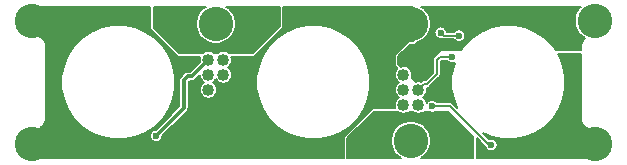
<source format=gbr>
G04 #@! TF.GenerationSoftware,KiCad,Pcbnew,(5.1.4)-1*
G04 #@! TF.CreationDate,2019-12-23T12:12:04-10:00*
G04 #@! TF.ProjectId,SkateLightLEDBoard,536b6174-654c-4696-9768-744c4544426f,rev?*
G04 #@! TF.SameCoordinates,Original*
G04 #@! TF.FileFunction,Copper,L2,Bot*
G04 #@! TF.FilePolarity,Positive*
%FSLAX46Y46*%
G04 Gerber Fmt 4.6, Leading zero omitted, Abs format (unit mm)*
G04 Created by KiCad (PCBNEW (5.1.4)-1) date 2019-12-23 12:12:04*
%MOMM*%
%LPD*%
G04 APERTURE LIST*
%ADD10C,1.016000*%
%ADD11C,2.921000*%
%ADD12C,1.800000*%
%ADD13C,0.600000*%
%ADD14C,0.200000*%
%ADD15C,0.350000*%
%ADD16C,0.152400*%
G04 APERTURE END LIST*
D10*
X7620000Y-1905000D03*
X8890000Y-1905000D03*
X7620000Y-635000D03*
X8890000Y-635000D03*
X7620000Y635000D03*
X8890000Y635000D03*
X7620000Y1905000D03*
X8890000Y1905000D03*
D11*
X8255000Y-4953000D03*
X8255000Y4953000D03*
X-8255000Y-4953000D03*
X-8255000Y4953000D03*
D10*
X-8890000Y-1905000D03*
X-7620000Y-1905000D03*
X-8890000Y-635000D03*
X-7620000Y-635000D03*
X-8890000Y635000D03*
X-7620000Y635000D03*
X-8890000Y1905000D03*
X-7620000Y1905000D03*
D11*
X23812500Y5207000D03*
X23812500Y-5207000D03*
X-23812500Y5207000D03*
X-23812500Y-5207000D03*
D12*
X20933000Y4423000D03*
X12087000Y-4423000D03*
X4423000Y-4423000D03*
X-4423000Y4423000D03*
X-12087000Y4423000D03*
X-20933000Y-4423000D03*
D13*
X-18618200Y-5791200D03*
X-10416540Y-4259580D03*
X-12684760Y-5875020D03*
X11630660Y-1435100D03*
X-11678920Y1887220D03*
X-9969500Y1889760D03*
X-4693920Y2131060D03*
X-2024380Y4871720D03*
X2085340Y-4881880D03*
X4795520Y-1854200D03*
X14127480Y-5633720D03*
X-10350500Y-254000D03*
X10350500Y-787500D03*
X10056000Y-2032000D03*
X11770360Y2148840D03*
X15062480Y-5308600D03*
X-13316858Y-4536645D03*
X12334240Y3954780D03*
X10764520Y4203700D03*
X12542520Y5278120D03*
X10589260Y3169920D03*
X14569440Y5069840D03*
X16520160Y5255260D03*
X18514060Y5092700D03*
D14*
X9397999Y-127001D02*
X9631679Y-127001D01*
X8890000Y-635000D02*
X9397999Y-127001D01*
X9631679Y-127001D02*
X10449560Y690880D01*
X10449560Y690880D02*
X10449560Y1892300D01*
X10449560Y1892300D02*
X10706100Y2148840D01*
X10706100Y2148840D02*
X11770360Y2148840D01*
X10451000Y-2032000D02*
X10461160Y-2021840D01*
X10056000Y-2032000D02*
X10451000Y-2032000D01*
X10461160Y-2021840D02*
X11574780Y-2021840D01*
X11574780Y-2021840D02*
X14861540Y-5308600D01*
X14861540Y-5308600D02*
X15062480Y-5308600D01*
D15*
X-10651653Y500401D02*
X-10977901Y174153D01*
X-8890000Y1905000D02*
X-10294599Y500401D01*
X-10294599Y500401D02*
X-10651653Y500401D01*
X-10977901Y-2197688D02*
X-10977901Y-1836399D01*
X-13316858Y-4536645D02*
X-10977901Y-2197688D01*
X-10977901Y174153D02*
X-10977901Y-1836399D01*
D14*
X11013440Y3954780D02*
X12334240Y3954780D01*
X10764520Y4203700D02*
X11013440Y3954780D01*
D16*
G36*
X22632925Y12469D02*
G01*
X22632924Y-3003064D01*
X22633436Y-3008265D01*
X22635559Y-3061562D01*
X22637717Y-3077155D01*
X22638755Y-3092856D01*
X22639357Y-3096351D01*
X22665644Y-3242726D01*
X22671922Y-3264941D01*
X22677857Y-3287118D01*
X22679126Y-3290429D01*
X22733343Y-3428910D01*
X22743804Y-3449458D01*
X22753945Y-3470085D01*
X22755830Y-3473082D01*
X22755833Y-3473087D01*
X22755836Y-3473091D01*
X22835915Y-3598399D01*
X22850183Y-3616543D01*
X22864123Y-3634788D01*
X22866553Y-3637361D01*
X22866558Y-3637367D01*
X22866563Y-3637372D01*
X22969455Y-3744738D01*
X22986929Y-3759726D01*
X23004193Y-3774956D01*
X23007083Y-3777011D01*
X23128876Y-3862352D01*
X23148955Y-3873675D01*
X23168822Y-3885247D01*
X23172056Y-3886702D01*
X23308105Y-3946761D01*
X23330039Y-3953981D01*
X23351737Y-3961460D01*
X23355182Y-3962257D01*
X23355192Y-3962260D01*
X23355202Y-3962261D01*
X23500315Y-3994749D01*
X23523186Y-3997565D01*
X23545972Y-4000694D01*
X23549516Y-4000807D01*
X23549517Y-4000807D01*
X23698188Y-4004490D01*
X23698411Y-4004474D01*
X23698937Y-4004490D01*
X23958976Y-4010759D01*
X24188536Y-4061991D01*
X24403777Y-4156838D01*
X24596491Y-4291682D01*
X24759348Y-4461395D01*
X24886136Y-4659503D01*
X24972031Y-4878466D01*
X25013761Y-5109946D01*
X25009734Y-5345124D01*
X24960106Y-5575033D01*
X24866765Y-5790929D01*
X24733268Y-5984583D01*
X24564699Y-6148619D01*
X24367480Y-6276788D01*
X24149119Y-6364210D01*
X23911139Y-6408829D01*
X23804981Y-6413500D01*
X13817600Y-6413500D01*
X13817600Y-4729370D01*
X14556439Y-5468209D01*
X14594040Y-5558986D01*
X14651889Y-5645563D01*
X14725517Y-5719191D01*
X14812094Y-5777040D01*
X14908293Y-5816887D01*
X15010417Y-5837200D01*
X15114543Y-5837200D01*
X15216667Y-5816887D01*
X15312866Y-5777040D01*
X15399443Y-5719191D01*
X15473071Y-5645563D01*
X15530920Y-5558986D01*
X15570767Y-5462787D01*
X15591080Y-5360663D01*
X15591080Y-5256537D01*
X15570767Y-5154413D01*
X15530920Y-5058214D01*
X15473071Y-4971637D01*
X15399443Y-4898009D01*
X15312866Y-4840160D01*
X15216667Y-4800313D01*
X15114543Y-4780000D01*
X15010417Y-4780000D01*
X14908293Y-4800313D01*
X14844420Y-4826770D01*
X14348955Y-4331305D01*
X15101549Y-4643040D01*
X16034424Y-4828600D01*
X16985576Y-4828600D01*
X17918451Y-4643040D01*
X18797200Y-4279050D01*
X19588053Y-3750619D01*
X20260619Y-3078053D01*
X20789050Y-2287200D01*
X21153040Y-1408451D01*
X21338600Y-475576D01*
X21338600Y475576D01*
X21153040Y1408451D01*
X20789050Y2287200D01*
X20707427Y2409358D01*
X22632924Y2409358D01*
X22632925Y12469D01*
X22632925Y12469D01*
G37*
X22632925Y12469D02*
X22632924Y-3003064D01*
X22633436Y-3008265D01*
X22635559Y-3061562D01*
X22637717Y-3077155D01*
X22638755Y-3092856D01*
X22639357Y-3096351D01*
X22665644Y-3242726D01*
X22671922Y-3264941D01*
X22677857Y-3287118D01*
X22679126Y-3290429D01*
X22733343Y-3428910D01*
X22743804Y-3449458D01*
X22753945Y-3470085D01*
X22755830Y-3473082D01*
X22755833Y-3473087D01*
X22755836Y-3473091D01*
X22835915Y-3598399D01*
X22850183Y-3616543D01*
X22864123Y-3634788D01*
X22866553Y-3637361D01*
X22866558Y-3637367D01*
X22866563Y-3637372D01*
X22969455Y-3744738D01*
X22986929Y-3759726D01*
X23004193Y-3774956D01*
X23007083Y-3777011D01*
X23128876Y-3862352D01*
X23148955Y-3873675D01*
X23168822Y-3885247D01*
X23172056Y-3886702D01*
X23308105Y-3946761D01*
X23330039Y-3953981D01*
X23351737Y-3961460D01*
X23355182Y-3962257D01*
X23355192Y-3962260D01*
X23355202Y-3962261D01*
X23500315Y-3994749D01*
X23523186Y-3997565D01*
X23545972Y-4000694D01*
X23549516Y-4000807D01*
X23549517Y-4000807D01*
X23698188Y-4004490D01*
X23698411Y-4004474D01*
X23698937Y-4004490D01*
X23958976Y-4010759D01*
X24188536Y-4061991D01*
X24403777Y-4156838D01*
X24596491Y-4291682D01*
X24759348Y-4461395D01*
X24886136Y-4659503D01*
X24972031Y-4878466D01*
X25013761Y-5109946D01*
X25009734Y-5345124D01*
X24960106Y-5575033D01*
X24866765Y-5790929D01*
X24733268Y-5984583D01*
X24564699Y-6148619D01*
X24367480Y-6276788D01*
X24149119Y-6364210D01*
X23911139Y-6408829D01*
X23804981Y-6413500D01*
X13817600Y-6413500D01*
X13817600Y-4729370D01*
X14556439Y-5468209D01*
X14594040Y-5558986D01*
X14651889Y-5645563D01*
X14725517Y-5719191D01*
X14812094Y-5777040D01*
X14908293Y-5816887D01*
X15010417Y-5837200D01*
X15114543Y-5837200D01*
X15216667Y-5816887D01*
X15312866Y-5777040D01*
X15399443Y-5719191D01*
X15473071Y-5645563D01*
X15530920Y-5558986D01*
X15570767Y-5462787D01*
X15591080Y-5360663D01*
X15591080Y-5256537D01*
X15570767Y-5154413D01*
X15530920Y-5058214D01*
X15473071Y-4971637D01*
X15399443Y-4898009D01*
X15312866Y-4840160D01*
X15216667Y-4800313D01*
X15114543Y-4780000D01*
X15010417Y-4780000D01*
X14908293Y-4800313D01*
X14844420Y-4826770D01*
X14348955Y-4331305D01*
X15101549Y-4643040D01*
X16034424Y-4828600D01*
X16985576Y-4828600D01*
X17918451Y-4643040D01*
X18797200Y-4279050D01*
X19588053Y-3750619D01*
X20260619Y-3078053D01*
X20789050Y-2287200D01*
X21153040Y-1408451D01*
X21338600Y-475576D01*
X21338600Y475576D01*
X21153040Y1408451D01*
X20789050Y2287200D01*
X20707427Y2409358D01*
X22632924Y2409358D01*
X22632925Y12469D01*
G36*
X-13817600Y4572000D02*
G01*
X-13813208Y4527402D01*
X-13800199Y4484519D01*
X-13779074Y4444997D01*
X-13750645Y4410355D01*
X-11591645Y2251355D01*
X-11557003Y2222926D01*
X-11517481Y2201801D01*
X-11474598Y2188792D01*
X-11430000Y2184400D01*
X-9571559Y2184400D01*
X-9598293Y2119858D01*
X-9626600Y1977549D01*
X-9626600Y1832451D01*
X-9611125Y1754651D01*
X-10461774Y904001D01*
X-10631836Y904001D01*
X-10651654Y905953D01*
X-10730773Y898160D01*
X-10753851Y891159D01*
X-10806851Y875082D01*
X-10876966Y837605D01*
X-10938422Y787170D01*
X-10951056Y771775D01*
X-11249264Y473565D01*
X-11264670Y460922D01*
X-11315105Y399465D01*
X-11332439Y367035D01*
X-11352582Y329350D01*
X-11375660Y253271D01*
X-11383453Y174153D01*
X-11381501Y154335D01*
X-11381500Y-1816571D01*
X-11381501Y-1816581D01*
X-11381501Y-2030512D01*
X-13359033Y-4008045D01*
X-13368921Y-4008045D01*
X-13471045Y-4028358D01*
X-13567244Y-4068205D01*
X-13653821Y-4126054D01*
X-13727449Y-4199682D01*
X-13785298Y-4286259D01*
X-13825145Y-4382458D01*
X-13845458Y-4484582D01*
X-13845458Y-4588708D01*
X-13825145Y-4690832D01*
X-13785298Y-4787031D01*
X-13727449Y-4873608D01*
X-13653821Y-4947236D01*
X-13567244Y-5005085D01*
X-13471045Y-5044932D01*
X-13368921Y-5065245D01*
X-13264795Y-5065245D01*
X-13162671Y-5044932D01*
X-13066472Y-5005085D01*
X-12979895Y-4947236D01*
X-12906267Y-4873608D01*
X-12848418Y-4787031D01*
X-12808571Y-4690832D01*
X-12788258Y-4588708D01*
X-12788258Y-4578820D01*
X-10706533Y-2497096D01*
X-10691132Y-2484457D01*
X-10640697Y-2423001D01*
X-10603220Y-2352886D01*
X-10580142Y-2276807D01*
X-10574301Y-2217506D01*
X-10574301Y-2217505D01*
X-10572349Y-2197688D01*
X-10574301Y-2177870D01*
X-10574301Y6977D01*
X-10484477Y96801D01*
X-10314417Y96801D01*
X-10294599Y94849D01*
X-10274781Y96801D01*
X-10215480Y102642D01*
X-10139401Y125720D01*
X-10069286Y163197D01*
X-10007830Y213632D01*
X-9995186Y229039D01*
X-9626600Y597625D01*
X-9626600Y562451D01*
X-9598293Y420142D01*
X-9542766Y286089D01*
X-9462155Y165445D01*
X-9359555Y62845D01*
X-9265500Y0D01*
X-9359555Y-62845D01*
X-9462155Y-165445D01*
X-9542766Y-286089D01*
X-9598293Y-420142D01*
X-9626600Y-562451D01*
X-9626600Y-707549D01*
X-9598293Y-849858D01*
X-9542766Y-983911D01*
X-9462155Y-1104555D01*
X-9359555Y-1207155D01*
X-9238911Y-1287766D01*
X-9104858Y-1343293D01*
X-8962549Y-1371600D01*
X-8817451Y-1371600D01*
X-8675142Y-1343293D01*
X-8541089Y-1287766D01*
X-8420445Y-1207155D01*
X-8317845Y-1104555D01*
X-8237234Y-983911D01*
X-8181707Y-849858D01*
X-8153400Y-707549D01*
X-8153400Y-562451D01*
X-8181707Y-420142D01*
X-8237234Y-286089D01*
X-8317845Y-165445D01*
X-8420445Y-62845D01*
X-8514500Y0D01*
X-8420445Y62845D01*
X-8317845Y165445D01*
X-8255000Y259500D01*
X-8192155Y165445D01*
X-8089555Y62845D01*
X-7968911Y-17766D01*
X-7834858Y-73293D01*
X-7692549Y-101600D01*
X-7547451Y-101600D01*
X-7405142Y-73293D01*
X-7271089Y-17766D01*
X-7150445Y62845D01*
X-7047845Y165445D01*
X-6967234Y286089D01*
X-6911707Y420142D01*
X-6900681Y475576D01*
X-4828600Y475576D01*
X-4828600Y-475576D01*
X-4643040Y-1408451D01*
X-4279050Y-2287200D01*
X-3750619Y-3078053D01*
X-3078053Y-3750619D01*
X-2287200Y-4279050D01*
X-1408451Y-4643040D01*
X-475576Y-4828600D01*
X475576Y-4828600D01*
X1408451Y-4643040D01*
X2287200Y-4279050D01*
X3078053Y-3750619D01*
X3750619Y-3078053D01*
X4279050Y-2287200D01*
X4643040Y-1408451D01*
X4828600Y-475576D01*
X4828600Y475576D01*
X4643040Y1408451D01*
X4279050Y2287200D01*
X3750619Y3078053D01*
X3078053Y3750619D01*
X2287200Y4279050D01*
X1408451Y4643040D01*
X475576Y4828600D01*
X-475576Y4828600D01*
X-1408451Y4643040D01*
X-2287200Y4279050D01*
X-3078053Y3750619D01*
X-3750619Y3078053D01*
X-4279050Y2287200D01*
X-4643040Y1408451D01*
X-4828600Y475576D01*
X-6900681Y475576D01*
X-6883400Y562451D01*
X-6883400Y707549D01*
X-6911707Y849858D01*
X-6967234Y983911D01*
X-7047845Y1104555D01*
X-7150445Y1207155D01*
X-7244500Y1270000D01*
X-7150445Y1332845D01*
X-7047845Y1435445D01*
X-6967234Y1556089D01*
X-6911707Y1690142D01*
X-6883400Y1832451D01*
X-6883400Y1977549D01*
X-6911707Y2119858D01*
X-6938441Y2184400D01*
X-5080000Y2184400D01*
X-5035402Y2188792D01*
X-4992519Y2201801D01*
X-4952997Y2222926D01*
X-4918355Y2251355D01*
X-2632355Y4537355D01*
X-2603926Y4571997D01*
X-2582801Y4611519D01*
X-2569792Y4654402D01*
X-2565400Y4699000D01*
X-2565400Y6413500D01*
X8407400Y6413500D01*
X8407400Y3501558D01*
X8128000Y3501558D01*
X8083402Y3497166D01*
X8040519Y3484157D01*
X8000997Y3463032D01*
X7966355Y3434603D01*
X6950355Y2418603D01*
X6921926Y2383961D01*
X6900801Y2344439D01*
X6887792Y2301556D01*
X6883400Y2256958D01*
X6883400Y1494958D01*
X6887792Y1450360D01*
X6900801Y1407477D01*
X6921926Y1367955D01*
X6950355Y1333313D01*
X7113479Y1170189D01*
X7047845Y1104555D01*
X6967234Y983911D01*
X6911707Y849858D01*
X6883400Y707549D01*
X6883400Y562451D01*
X6911707Y420142D01*
X6967234Y286089D01*
X7047845Y165445D01*
X7150445Y62845D01*
X7244500Y0D01*
X7150445Y-62845D01*
X7047845Y-165445D01*
X6967234Y-286089D01*
X6911707Y-420142D01*
X6883400Y-562451D01*
X6883400Y-707549D01*
X6911707Y-849858D01*
X6967234Y-983911D01*
X7047845Y-1104555D01*
X7150445Y-1207155D01*
X7244500Y-1270000D01*
X7150445Y-1332845D01*
X7047845Y-1435445D01*
X6967234Y-1556089D01*
X6911707Y-1690142D01*
X6883400Y-1832451D01*
X6883400Y-1977549D01*
X6911707Y-2119858D01*
X6938441Y-2184400D01*
X5080000Y-2184400D01*
X5035402Y-2188792D01*
X4992519Y-2201801D01*
X4952997Y-2222926D01*
X4918355Y-2251355D01*
X2632355Y-4537355D01*
X2603926Y-4571997D01*
X2582801Y-4611519D01*
X2569792Y-4654402D01*
X2565400Y-4699000D01*
X2565400Y-6413500D01*
X-23799449Y-6413500D01*
X-24046977Y-6389146D01*
X-24272129Y-6321087D01*
X-24479766Y-6210596D01*
X-24661992Y-6061876D01*
X-24811860Y-5880595D01*
X-24923662Y-5673655D01*
X-24993142Y-5448937D01*
X-25017650Y-5215014D01*
X-24996254Y-4980779D01*
X-24929769Y-4755161D01*
X-24820728Y-4546754D01*
X-24673284Y-4363496D01*
X-24493057Y-4212368D01*
X-24286899Y-4099121D01*
X-24062680Y-4028077D01*
X-23822052Y-4001167D01*
X-23712678Y-4004450D01*
X-23712535Y-4004440D01*
X-23651689Y-4006439D01*
X-23635983Y-4005418D01*
X-23620244Y-4005523D01*
X-23616714Y-4005176D01*
X-23468818Y-3989581D01*
X-23446193Y-3984929D01*
X-23423658Y-3980622D01*
X-23420265Y-3979598D01*
X-23420259Y-3979596D01*
X-23278212Y-3935573D01*
X-23256934Y-3926620D01*
X-23235652Y-3918014D01*
X-23232529Y-3916352D01*
X-23232519Y-3916348D01*
X-23232511Y-3916343D01*
X-23101727Y-3845572D01*
X-23082619Y-3832675D01*
X-23063384Y-3820079D01*
X-23060636Y-3817837D01*
X-22946081Y-3723003D01*
X-22929839Y-3706637D01*
X-22913423Y-3690550D01*
X-22911163Y-3687817D01*
X-22817208Y-3572540D01*
X-22804442Y-3553312D01*
X-22791474Y-3534359D01*
X-22789788Y-3531240D01*
X-22720014Y-3399908D01*
X-22711215Y-3378539D01*
X-22702187Y-3357457D01*
X-22701139Y-3354069D01*
X-22658203Y-3211685D01*
X-22653723Y-3189024D01*
X-22648961Y-3166582D01*
X-22648592Y-3163064D01*
X-22648590Y-3163054D01*
X-22648590Y-3163045D01*
X-22636607Y-3040411D01*
X-22636600Y-3040389D01*
X-22632924Y-3003065D01*
X-22632924Y475576D01*
X-21338600Y475576D01*
X-21338600Y-475576D01*
X-21153040Y-1408451D01*
X-20789050Y-2287200D01*
X-20260619Y-3078053D01*
X-19588053Y-3750619D01*
X-18797200Y-4279050D01*
X-17918451Y-4643040D01*
X-16985576Y-4828600D01*
X-16034424Y-4828600D01*
X-15101549Y-4643040D01*
X-14222800Y-4279050D01*
X-13431947Y-3750619D01*
X-12759381Y-3078053D01*
X-12230950Y-2287200D01*
X-11866960Y-1408451D01*
X-11681400Y-475576D01*
X-11681400Y475576D01*
X-11866960Y1408451D01*
X-12230950Y2287200D01*
X-12759381Y3078053D01*
X-13431947Y3750619D01*
X-14222800Y4279050D01*
X-15101549Y4643040D01*
X-16034424Y4828600D01*
X-16985576Y4828600D01*
X-17918451Y4643040D01*
X-18797200Y4279050D01*
X-19588053Y3750619D01*
X-20260619Y3078053D01*
X-20789050Y2287200D01*
X-21153040Y1408451D01*
X-21338600Y475576D01*
X-22632924Y475576D01*
X-22632924Y3003065D01*
X-22633436Y3008266D01*
X-22635559Y3061562D01*
X-22637717Y3077155D01*
X-22638755Y3092856D01*
X-22639357Y3096350D01*
X-22665644Y3242726D01*
X-22671922Y3264941D01*
X-22677857Y3287118D01*
X-22679126Y3290429D01*
X-22733343Y3428910D01*
X-22743804Y3449458D01*
X-22753945Y3470085D01*
X-22755830Y3473082D01*
X-22755833Y3473087D01*
X-22755836Y3473091D01*
X-22835915Y3598399D01*
X-22850210Y3616578D01*
X-22864123Y3634789D01*
X-22866553Y3637361D01*
X-22866558Y3637367D01*
X-22866563Y3637372D01*
X-22969455Y3744738D01*
X-22986951Y3759744D01*
X-23004193Y3774955D01*
X-23007083Y3777011D01*
X-23128876Y3862352D01*
X-23148955Y3873675D01*
X-23168822Y3885247D01*
X-23172047Y3886697D01*
X-23172056Y3886702D01*
X-23172065Y3886705D01*
X-23308105Y3946761D01*
X-23330049Y3953984D01*
X-23351737Y3961460D01*
X-23355182Y3962257D01*
X-23355192Y3962260D01*
X-23355202Y3962261D01*
X-23500316Y3994749D01*
X-23523210Y3997568D01*
X-23545972Y4000694D01*
X-23549506Y4000807D01*
X-23549517Y4000808D01*
X-23549527Y4000807D01*
X-23698188Y4004490D01*
X-23698411Y4004474D01*
X-23698936Y4004490D01*
X-23958976Y4010759D01*
X-24188535Y4061991D01*
X-24403777Y4156838D01*
X-24596491Y4291682D01*
X-24759348Y4461395D01*
X-24886136Y4659503D01*
X-24972031Y4878466D01*
X-25013761Y5109947D01*
X-25009734Y5345124D01*
X-24960106Y5575033D01*
X-24866764Y5790931D01*
X-24733264Y5984587D01*
X-24564697Y6148620D01*
X-24367478Y6276789D01*
X-24149119Y6364210D01*
X-23911139Y6408829D01*
X-23804982Y6413500D01*
X-13817600Y6413500D01*
X-13817600Y4572000D01*
X-13817600Y4572000D01*
G37*
X-13817600Y4572000D02*
X-13813208Y4527402D01*
X-13800199Y4484519D01*
X-13779074Y4444997D01*
X-13750645Y4410355D01*
X-11591645Y2251355D01*
X-11557003Y2222926D01*
X-11517481Y2201801D01*
X-11474598Y2188792D01*
X-11430000Y2184400D01*
X-9571559Y2184400D01*
X-9598293Y2119858D01*
X-9626600Y1977549D01*
X-9626600Y1832451D01*
X-9611125Y1754651D01*
X-10461774Y904001D01*
X-10631836Y904001D01*
X-10651654Y905953D01*
X-10730773Y898160D01*
X-10753851Y891159D01*
X-10806851Y875082D01*
X-10876966Y837605D01*
X-10938422Y787170D01*
X-10951056Y771775D01*
X-11249264Y473565D01*
X-11264670Y460922D01*
X-11315105Y399465D01*
X-11332439Y367035D01*
X-11352582Y329350D01*
X-11375660Y253271D01*
X-11383453Y174153D01*
X-11381501Y154335D01*
X-11381500Y-1816571D01*
X-11381501Y-1816581D01*
X-11381501Y-2030512D01*
X-13359033Y-4008045D01*
X-13368921Y-4008045D01*
X-13471045Y-4028358D01*
X-13567244Y-4068205D01*
X-13653821Y-4126054D01*
X-13727449Y-4199682D01*
X-13785298Y-4286259D01*
X-13825145Y-4382458D01*
X-13845458Y-4484582D01*
X-13845458Y-4588708D01*
X-13825145Y-4690832D01*
X-13785298Y-4787031D01*
X-13727449Y-4873608D01*
X-13653821Y-4947236D01*
X-13567244Y-5005085D01*
X-13471045Y-5044932D01*
X-13368921Y-5065245D01*
X-13264795Y-5065245D01*
X-13162671Y-5044932D01*
X-13066472Y-5005085D01*
X-12979895Y-4947236D01*
X-12906267Y-4873608D01*
X-12848418Y-4787031D01*
X-12808571Y-4690832D01*
X-12788258Y-4588708D01*
X-12788258Y-4578820D01*
X-10706533Y-2497096D01*
X-10691132Y-2484457D01*
X-10640697Y-2423001D01*
X-10603220Y-2352886D01*
X-10580142Y-2276807D01*
X-10574301Y-2217506D01*
X-10574301Y-2217505D01*
X-10572349Y-2197688D01*
X-10574301Y-2177870D01*
X-10574301Y6977D01*
X-10484477Y96801D01*
X-10314417Y96801D01*
X-10294599Y94849D01*
X-10274781Y96801D01*
X-10215480Y102642D01*
X-10139401Y125720D01*
X-10069286Y163197D01*
X-10007830Y213632D01*
X-9995186Y229039D01*
X-9626600Y597625D01*
X-9626600Y562451D01*
X-9598293Y420142D01*
X-9542766Y286089D01*
X-9462155Y165445D01*
X-9359555Y62845D01*
X-9265500Y0D01*
X-9359555Y-62845D01*
X-9462155Y-165445D01*
X-9542766Y-286089D01*
X-9598293Y-420142D01*
X-9626600Y-562451D01*
X-9626600Y-707549D01*
X-9598293Y-849858D01*
X-9542766Y-983911D01*
X-9462155Y-1104555D01*
X-9359555Y-1207155D01*
X-9238911Y-1287766D01*
X-9104858Y-1343293D01*
X-8962549Y-1371600D01*
X-8817451Y-1371600D01*
X-8675142Y-1343293D01*
X-8541089Y-1287766D01*
X-8420445Y-1207155D01*
X-8317845Y-1104555D01*
X-8237234Y-983911D01*
X-8181707Y-849858D01*
X-8153400Y-707549D01*
X-8153400Y-562451D01*
X-8181707Y-420142D01*
X-8237234Y-286089D01*
X-8317845Y-165445D01*
X-8420445Y-62845D01*
X-8514500Y0D01*
X-8420445Y62845D01*
X-8317845Y165445D01*
X-8255000Y259500D01*
X-8192155Y165445D01*
X-8089555Y62845D01*
X-7968911Y-17766D01*
X-7834858Y-73293D01*
X-7692549Y-101600D01*
X-7547451Y-101600D01*
X-7405142Y-73293D01*
X-7271089Y-17766D01*
X-7150445Y62845D01*
X-7047845Y165445D01*
X-6967234Y286089D01*
X-6911707Y420142D01*
X-6900681Y475576D01*
X-4828600Y475576D01*
X-4828600Y-475576D01*
X-4643040Y-1408451D01*
X-4279050Y-2287200D01*
X-3750619Y-3078053D01*
X-3078053Y-3750619D01*
X-2287200Y-4279050D01*
X-1408451Y-4643040D01*
X-475576Y-4828600D01*
X475576Y-4828600D01*
X1408451Y-4643040D01*
X2287200Y-4279050D01*
X3078053Y-3750619D01*
X3750619Y-3078053D01*
X4279050Y-2287200D01*
X4643040Y-1408451D01*
X4828600Y-475576D01*
X4828600Y475576D01*
X4643040Y1408451D01*
X4279050Y2287200D01*
X3750619Y3078053D01*
X3078053Y3750619D01*
X2287200Y4279050D01*
X1408451Y4643040D01*
X475576Y4828600D01*
X-475576Y4828600D01*
X-1408451Y4643040D01*
X-2287200Y4279050D01*
X-3078053Y3750619D01*
X-3750619Y3078053D01*
X-4279050Y2287200D01*
X-4643040Y1408451D01*
X-4828600Y475576D01*
X-6900681Y475576D01*
X-6883400Y562451D01*
X-6883400Y707549D01*
X-6911707Y849858D01*
X-6967234Y983911D01*
X-7047845Y1104555D01*
X-7150445Y1207155D01*
X-7244500Y1270000D01*
X-7150445Y1332845D01*
X-7047845Y1435445D01*
X-6967234Y1556089D01*
X-6911707Y1690142D01*
X-6883400Y1832451D01*
X-6883400Y1977549D01*
X-6911707Y2119858D01*
X-6938441Y2184400D01*
X-5080000Y2184400D01*
X-5035402Y2188792D01*
X-4992519Y2201801D01*
X-4952997Y2222926D01*
X-4918355Y2251355D01*
X-2632355Y4537355D01*
X-2603926Y4571997D01*
X-2582801Y4611519D01*
X-2569792Y4654402D01*
X-2565400Y4699000D01*
X-2565400Y6413500D01*
X8407400Y6413500D01*
X8407400Y3501558D01*
X8128000Y3501558D01*
X8083402Y3497166D01*
X8040519Y3484157D01*
X8000997Y3463032D01*
X7966355Y3434603D01*
X6950355Y2418603D01*
X6921926Y2383961D01*
X6900801Y2344439D01*
X6887792Y2301556D01*
X6883400Y2256958D01*
X6883400Y1494958D01*
X6887792Y1450360D01*
X6900801Y1407477D01*
X6921926Y1367955D01*
X6950355Y1333313D01*
X7113479Y1170189D01*
X7047845Y1104555D01*
X6967234Y983911D01*
X6911707Y849858D01*
X6883400Y707549D01*
X6883400Y562451D01*
X6911707Y420142D01*
X6967234Y286089D01*
X7047845Y165445D01*
X7150445Y62845D01*
X7244500Y0D01*
X7150445Y-62845D01*
X7047845Y-165445D01*
X6967234Y-286089D01*
X6911707Y-420142D01*
X6883400Y-562451D01*
X6883400Y-707549D01*
X6911707Y-849858D01*
X6967234Y-983911D01*
X7047845Y-1104555D01*
X7150445Y-1207155D01*
X7244500Y-1270000D01*
X7150445Y-1332845D01*
X7047845Y-1435445D01*
X6967234Y-1556089D01*
X6911707Y-1690142D01*
X6883400Y-1832451D01*
X6883400Y-1977549D01*
X6911707Y-2119858D01*
X6938441Y-2184400D01*
X5080000Y-2184400D01*
X5035402Y-2188792D01*
X4992519Y-2201801D01*
X4952997Y-2222926D01*
X4918355Y-2251355D01*
X2632355Y-4537355D01*
X2603926Y-4571997D01*
X2582801Y-4611519D01*
X2569792Y-4654402D01*
X2565400Y-4699000D01*
X2565400Y-6413500D01*
X-23799449Y-6413500D01*
X-24046977Y-6389146D01*
X-24272129Y-6321087D01*
X-24479766Y-6210596D01*
X-24661992Y-6061876D01*
X-24811860Y-5880595D01*
X-24923662Y-5673655D01*
X-24993142Y-5448937D01*
X-25017650Y-5215014D01*
X-24996254Y-4980779D01*
X-24929769Y-4755161D01*
X-24820728Y-4546754D01*
X-24673284Y-4363496D01*
X-24493057Y-4212368D01*
X-24286899Y-4099121D01*
X-24062680Y-4028077D01*
X-23822052Y-4001167D01*
X-23712678Y-4004450D01*
X-23712535Y-4004440D01*
X-23651689Y-4006439D01*
X-23635983Y-4005418D01*
X-23620244Y-4005523D01*
X-23616714Y-4005176D01*
X-23468818Y-3989581D01*
X-23446193Y-3984929D01*
X-23423658Y-3980622D01*
X-23420265Y-3979598D01*
X-23420259Y-3979596D01*
X-23278212Y-3935573D01*
X-23256934Y-3926620D01*
X-23235652Y-3918014D01*
X-23232529Y-3916352D01*
X-23232519Y-3916348D01*
X-23232511Y-3916343D01*
X-23101727Y-3845572D01*
X-23082619Y-3832675D01*
X-23063384Y-3820079D01*
X-23060636Y-3817837D01*
X-22946081Y-3723003D01*
X-22929839Y-3706637D01*
X-22913423Y-3690550D01*
X-22911163Y-3687817D01*
X-22817208Y-3572540D01*
X-22804442Y-3553312D01*
X-22791474Y-3534359D01*
X-22789788Y-3531240D01*
X-22720014Y-3399908D01*
X-22711215Y-3378539D01*
X-22702187Y-3357457D01*
X-22701139Y-3354069D01*
X-22658203Y-3211685D01*
X-22653723Y-3189024D01*
X-22648961Y-3166582D01*
X-22648592Y-3163064D01*
X-22648590Y-3163054D01*
X-22648590Y-3163045D01*
X-22636607Y-3040411D01*
X-22636600Y-3040389D01*
X-22632924Y-3003065D01*
X-22632924Y475576D01*
X-21338600Y475576D01*
X-21338600Y-475576D01*
X-21153040Y-1408451D01*
X-20789050Y-2287200D01*
X-20260619Y-3078053D01*
X-19588053Y-3750619D01*
X-18797200Y-4279050D01*
X-17918451Y-4643040D01*
X-16985576Y-4828600D01*
X-16034424Y-4828600D01*
X-15101549Y-4643040D01*
X-14222800Y-4279050D01*
X-13431947Y-3750619D01*
X-12759381Y-3078053D01*
X-12230950Y-2287200D01*
X-11866960Y-1408451D01*
X-11681400Y-475576D01*
X-11681400Y475576D01*
X-11866960Y1408451D01*
X-12230950Y2287200D01*
X-12759381Y3078053D01*
X-13431947Y3750619D01*
X-14222800Y4279050D01*
X-15101549Y4643040D01*
X-16034424Y4828600D01*
X-16985576Y4828600D01*
X-17918451Y4643040D01*
X-18797200Y4279050D01*
X-19588053Y3750619D01*
X-20260619Y3078053D01*
X-20789050Y2287200D01*
X-21153040Y1408451D01*
X-21338600Y475576D01*
X-22632924Y475576D01*
X-22632924Y3003065D01*
X-22633436Y3008266D01*
X-22635559Y3061562D01*
X-22637717Y3077155D01*
X-22638755Y3092856D01*
X-22639357Y3096350D01*
X-22665644Y3242726D01*
X-22671922Y3264941D01*
X-22677857Y3287118D01*
X-22679126Y3290429D01*
X-22733343Y3428910D01*
X-22743804Y3449458D01*
X-22753945Y3470085D01*
X-22755830Y3473082D01*
X-22755833Y3473087D01*
X-22755836Y3473091D01*
X-22835915Y3598399D01*
X-22850210Y3616578D01*
X-22864123Y3634789D01*
X-22866553Y3637361D01*
X-22866558Y3637367D01*
X-22866563Y3637372D01*
X-22969455Y3744738D01*
X-22986951Y3759744D01*
X-23004193Y3774955D01*
X-23007083Y3777011D01*
X-23128876Y3862352D01*
X-23148955Y3873675D01*
X-23168822Y3885247D01*
X-23172047Y3886697D01*
X-23172056Y3886702D01*
X-23172065Y3886705D01*
X-23308105Y3946761D01*
X-23330049Y3953984D01*
X-23351737Y3961460D01*
X-23355182Y3962257D01*
X-23355192Y3962260D01*
X-23355202Y3962261D01*
X-23500316Y3994749D01*
X-23523210Y3997568D01*
X-23545972Y4000694D01*
X-23549506Y4000807D01*
X-23549517Y4000808D01*
X-23549527Y4000807D01*
X-23698188Y4004490D01*
X-23698411Y4004474D01*
X-23698936Y4004490D01*
X-23958976Y4010759D01*
X-24188535Y4061991D01*
X-24403777Y4156838D01*
X-24596491Y4291682D01*
X-24759348Y4461395D01*
X-24886136Y4659503D01*
X-24972031Y4878466D01*
X-25013761Y5109947D01*
X-25009734Y5345124D01*
X-24960106Y5575033D01*
X-24866764Y5790931D01*
X-24733264Y5984587D01*
X-24564697Y6148620D01*
X-24367478Y6276789D01*
X-24149119Y6364210D01*
X-23911139Y6408829D01*
X-23804982Y6413500D01*
X-13817600Y6413500D01*
X-13817600Y4572000D01*
G36*
X11359769Y1811877D02*
G01*
X11433397Y1738249D01*
X11519974Y1680400D01*
X11616173Y1640553D01*
X11718297Y1620240D01*
X11822423Y1620240D01*
X11924547Y1640553D01*
X11971084Y1659829D01*
X11866960Y1408451D01*
X11681400Y475576D01*
X11681400Y-475576D01*
X11866960Y-1408451D01*
X12178695Y-2161045D01*
X11818546Y-1800896D01*
X11808259Y-1788361D01*
X11758223Y-1747298D01*
X11701138Y-1716785D01*
X11639197Y-1697995D01*
X11590915Y-1693240D01*
X11590912Y-1693240D01*
X11574780Y-1691651D01*
X11558648Y-1693240D01*
X10477284Y-1693240D01*
X10463430Y-1691876D01*
X10392963Y-1621409D01*
X10306386Y-1563560D01*
X10210187Y-1523713D01*
X10108063Y-1503400D01*
X10003937Y-1503400D01*
X9901813Y-1523713D01*
X9805614Y-1563560D01*
X9719037Y-1621409D01*
X9645409Y-1695037D01*
X9609852Y-1748252D01*
X9598293Y-1690142D01*
X9542766Y-1556089D01*
X9462155Y-1435445D01*
X9359555Y-1332845D01*
X9265500Y-1270000D01*
X9359555Y-1207155D01*
X9462155Y-1104555D01*
X9542766Y-983911D01*
X9598293Y-849858D01*
X9626600Y-707549D01*
X9626600Y-562451D01*
X9605346Y-455601D01*
X9615547Y-455601D01*
X9631679Y-457190D01*
X9647811Y-455601D01*
X9647814Y-455601D01*
X9696096Y-450846D01*
X9758037Y-432056D01*
X9815122Y-401543D01*
X9865158Y-360480D01*
X9875445Y-347945D01*
X10670510Y447119D01*
X10683039Y457401D01*
X10697955Y475576D01*
X10724102Y507436D01*
X10754614Y564521D01*
X10754615Y564522D01*
X10773405Y626463D01*
X10778160Y674745D01*
X10778160Y674754D01*
X10779748Y690879D01*
X10778160Y707004D01*
X10778160Y1756190D01*
X10842211Y1820240D01*
X11354181Y1820240D01*
X11359769Y1811877D01*
X11359769Y1811877D01*
G37*
X11359769Y1811877D02*
X11433397Y1738249D01*
X11519974Y1680400D01*
X11616173Y1640553D01*
X11718297Y1620240D01*
X11822423Y1620240D01*
X11924547Y1640553D01*
X11971084Y1659829D01*
X11866960Y1408451D01*
X11681400Y475576D01*
X11681400Y-475576D01*
X11866960Y-1408451D01*
X12178695Y-2161045D01*
X11818546Y-1800896D01*
X11808259Y-1788361D01*
X11758223Y-1747298D01*
X11701138Y-1716785D01*
X11639197Y-1697995D01*
X11590915Y-1693240D01*
X11590912Y-1693240D01*
X11574780Y-1691651D01*
X11558648Y-1693240D01*
X10477284Y-1693240D01*
X10463430Y-1691876D01*
X10392963Y-1621409D01*
X10306386Y-1563560D01*
X10210187Y-1523713D01*
X10108063Y-1503400D01*
X10003937Y-1503400D01*
X9901813Y-1523713D01*
X9805614Y-1563560D01*
X9719037Y-1621409D01*
X9645409Y-1695037D01*
X9609852Y-1748252D01*
X9598293Y-1690142D01*
X9542766Y-1556089D01*
X9462155Y-1435445D01*
X9359555Y-1332845D01*
X9265500Y-1270000D01*
X9359555Y-1207155D01*
X9462155Y-1104555D01*
X9542766Y-983911D01*
X9598293Y-849858D01*
X9626600Y-707549D01*
X9626600Y-562451D01*
X9605346Y-455601D01*
X9615547Y-455601D01*
X9631679Y-457190D01*
X9647811Y-455601D01*
X9647814Y-455601D01*
X9696096Y-450846D01*
X9758037Y-432056D01*
X9815122Y-401543D01*
X9865158Y-360480D01*
X9875445Y-347945D01*
X10670510Y447119D01*
X10683039Y457401D01*
X10697955Y475576D01*
X10724102Y507436D01*
X10754614Y564521D01*
X10754615Y564522D01*
X10773405Y626463D01*
X10778160Y674745D01*
X10778160Y674754D01*
X10779748Y690879D01*
X10778160Y707004D01*
X10778160Y1756190D01*
X10842211Y1820240D01*
X11354181Y1820240D01*
X11359769Y1811877D01*
G36*
X-9331739Y6265010D02*
G01*
X-9567010Y6029739D01*
X-9751861Y5753089D01*
X-9879189Y5445692D01*
X-9944100Y5119362D01*
X-9944100Y4786638D01*
X-9879189Y4460308D01*
X-9751861Y4152911D01*
X-9567010Y3876261D01*
X-9331739Y3640990D01*
X-9055089Y3456139D01*
X-8747692Y3328811D01*
X-8421362Y3263900D01*
X-8088638Y3263900D01*
X-7762308Y3328811D01*
X-7454911Y3456139D01*
X-7178261Y3640990D01*
X-6942990Y3876261D01*
X-6758139Y4152911D01*
X-6630811Y4460308D01*
X-6565900Y4786638D01*
X-6565900Y5119362D01*
X-6630811Y5445692D01*
X-6758139Y5753089D01*
X-6942990Y6029739D01*
X-7178261Y6265010D01*
X-7400493Y6413500D01*
X-2870200Y6413500D01*
X-2870200Y4730564D01*
X-5111564Y2489200D01*
X-7168472Y2489200D01*
X-7271089Y2557766D01*
X-7405142Y2613293D01*
X-7547451Y2641600D01*
X-7692549Y2641600D01*
X-7834858Y2613293D01*
X-7968911Y2557766D01*
X-8071528Y2489200D01*
X-8438472Y2489200D01*
X-8541089Y2557766D01*
X-8675142Y2613293D01*
X-8817451Y2641600D01*
X-8962549Y2641600D01*
X-9104858Y2613293D01*
X-9238911Y2557766D01*
X-9341528Y2489200D01*
X-11398436Y2489200D01*
X-13512800Y4603564D01*
X-13512800Y6413500D01*
X-9109507Y6413500D01*
X-9331739Y6265010D01*
X-9331739Y6265010D01*
G37*
X-9331739Y6265010D02*
X-9567010Y6029739D01*
X-9751861Y5753089D01*
X-9879189Y5445692D01*
X-9944100Y5119362D01*
X-9944100Y4786638D01*
X-9879189Y4460308D01*
X-9751861Y4152911D01*
X-9567010Y3876261D01*
X-9331739Y3640990D01*
X-9055089Y3456139D01*
X-8747692Y3328811D01*
X-8421362Y3263900D01*
X-8088638Y3263900D01*
X-7762308Y3328811D01*
X-7454911Y3456139D01*
X-7178261Y3640990D01*
X-6942990Y3876261D01*
X-6758139Y4152911D01*
X-6630811Y4460308D01*
X-6565900Y4786638D01*
X-6565900Y5119362D01*
X-6630811Y5445692D01*
X-6758139Y5753089D01*
X-6942990Y6029739D01*
X-7178261Y6265010D01*
X-7400493Y6413500D01*
X-2870200Y6413500D01*
X-2870200Y4730564D01*
X-5111564Y2489200D01*
X-7168472Y2489200D01*
X-7271089Y2557766D01*
X-7405142Y2613293D01*
X-7547451Y2641600D01*
X-7692549Y2641600D01*
X-7834858Y2613293D01*
X-7968911Y2557766D01*
X-8071528Y2489200D01*
X-8438472Y2489200D01*
X-8541089Y2557766D01*
X-8675142Y2613293D01*
X-8817451Y2641600D01*
X-8962549Y2641600D01*
X-9104858Y2613293D01*
X-9238911Y2557766D01*
X-9341528Y2489200D01*
X-11398436Y2489200D01*
X-13512800Y4603564D01*
X-13512800Y6413500D01*
X-9109507Y6413500D01*
X-9331739Y6265010D01*
G36*
X7271089Y-2557766D02*
G01*
X7405142Y-2613293D01*
X7547451Y-2641600D01*
X7692549Y-2641600D01*
X7834858Y-2613293D01*
X7968911Y-2557766D01*
X8071528Y-2489200D01*
X8438472Y-2489200D01*
X8541089Y-2557766D01*
X8675142Y-2613293D01*
X8817451Y-2641600D01*
X8962549Y-2641600D01*
X9104858Y-2613293D01*
X9238911Y-2557766D01*
X9341528Y-2489200D01*
X9788792Y-2489200D01*
X9805614Y-2500440D01*
X9901813Y-2540287D01*
X10003937Y-2560600D01*
X10108063Y-2560600D01*
X10210187Y-2540287D01*
X10306386Y-2500440D01*
X10323208Y-2489200D01*
X11398436Y-2489200D01*
X13512800Y-4603564D01*
X13512800Y-6413500D01*
X9109507Y-6413500D01*
X9331739Y-6265010D01*
X9567010Y-6029739D01*
X9751861Y-5753089D01*
X9879189Y-5445692D01*
X9944100Y-5119362D01*
X9944100Y-4786638D01*
X9879189Y-4460308D01*
X9751861Y-4152911D01*
X9567010Y-3876261D01*
X9331739Y-3640990D01*
X9055089Y-3456139D01*
X8747692Y-3328811D01*
X8421362Y-3263900D01*
X8088638Y-3263900D01*
X7762308Y-3328811D01*
X7454911Y-3456139D01*
X7178261Y-3640990D01*
X6942990Y-3876261D01*
X6758139Y-4152911D01*
X6630811Y-4460308D01*
X6565900Y-4786638D01*
X6565900Y-5119362D01*
X6630811Y-5445692D01*
X6758139Y-5753089D01*
X6942990Y-6029739D01*
X7178261Y-6265010D01*
X7400493Y-6413500D01*
X2870200Y-6413500D01*
X2870200Y-4730564D01*
X5111564Y-2489200D01*
X7168472Y-2489200D01*
X7271089Y-2557766D01*
X7271089Y-2557766D01*
G37*
X7271089Y-2557766D02*
X7405142Y-2613293D01*
X7547451Y-2641600D01*
X7692549Y-2641600D01*
X7834858Y-2613293D01*
X7968911Y-2557766D01*
X8071528Y-2489200D01*
X8438472Y-2489200D01*
X8541089Y-2557766D01*
X8675142Y-2613293D01*
X8817451Y-2641600D01*
X8962549Y-2641600D01*
X9104858Y-2613293D01*
X9238911Y-2557766D01*
X9341528Y-2489200D01*
X9788792Y-2489200D01*
X9805614Y-2500440D01*
X9901813Y-2540287D01*
X10003937Y-2560600D01*
X10108063Y-2560600D01*
X10210187Y-2540287D01*
X10306386Y-2500440D01*
X10323208Y-2489200D01*
X11398436Y-2489200D01*
X13512800Y-4603564D01*
X13512800Y-6413500D01*
X9109507Y-6413500D01*
X9331739Y-6265010D01*
X9567010Y-6029739D01*
X9751861Y-5753089D01*
X9879189Y-5445692D01*
X9944100Y-5119362D01*
X9944100Y-4786638D01*
X9879189Y-4460308D01*
X9751861Y-4152911D01*
X9567010Y-3876261D01*
X9331739Y-3640990D01*
X9055089Y-3456139D01*
X8747692Y-3328811D01*
X8421362Y-3263900D01*
X8088638Y-3263900D01*
X7762308Y-3328811D01*
X7454911Y-3456139D01*
X7178261Y-3640990D01*
X6942990Y-3876261D01*
X6758139Y-4152911D01*
X6630811Y-4460308D01*
X6565900Y-4786638D01*
X6565900Y-5119362D01*
X6630811Y-5445692D01*
X6758139Y-5753089D01*
X6942990Y-6029739D01*
X7178261Y-6265010D01*
X7400493Y-6413500D01*
X2870200Y-6413500D01*
X2870200Y-4730564D01*
X5111564Y-2489200D01*
X7168472Y-2489200D01*
X7271089Y-2557766D01*
G36*
X-6426200Y984436D02*
G01*
X-6426200Y-6413500D01*
X-23799449Y-6413500D01*
X-24046977Y-6389146D01*
X-24272129Y-6321087D01*
X-24479766Y-6210596D01*
X-24661992Y-6061876D01*
X-24811860Y-5880595D01*
X-24923662Y-5673655D01*
X-24993142Y-5448937D01*
X-25017650Y-5215014D01*
X-24996254Y-4980779D01*
X-24929769Y-4755161D01*
X-24820728Y-4546754D01*
X-24673284Y-4363496D01*
X-24493057Y-4212368D01*
X-24286899Y-4099121D01*
X-24062680Y-4028077D01*
X-23822052Y-4001167D01*
X-23712678Y-4004450D01*
X-23712535Y-4004440D01*
X-23651689Y-4006439D01*
X-23635983Y-4005418D01*
X-23620244Y-4005523D01*
X-23616714Y-4005176D01*
X-23468818Y-3989581D01*
X-23446193Y-3984929D01*
X-23423658Y-3980622D01*
X-23420265Y-3979598D01*
X-23420259Y-3979596D01*
X-23278212Y-3935573D01*
X-23256934Y-3926620D01*
X-23235652Y-3918014D01*
X-23232529Y-3916352D01*
X-23232519Y-3916348D01*
X-23232511Y-3916343D01*
X-23101727Y-3845572D01*
X-23082619Y-3832675D01*
X-23063384Y-3820079D01*
X-23060636Y-3817837D01*
X-22946081Y-3723003D01*
X-22929839Y-3706637D01*
X-22913423Y-3690550D01*
X-22911163Y-3687817D01*
X-22817208Y-3572540D01*
X-22804442Y-3553312D01*
X-22791474Y-3534359D01*
X-22789788Y-3531240D01*
X-22720014Y-3399908D01*
X-22711215Y-3378539D01*
X-22702187Y-3357457D01*
X-22701139Y-3354069D01*
X-22658203Y-3211685D01*
X-22653723Y-3189024D01*
X-22648961Y-3166582D01*
X-22648592Y-3163064D01*
X-22648590Y-3163054D01*
X-22648590Y-3163045D01*
X-22636607Y-3040411D01*
X-22636600Y-3040389D01*
X-22632924Y-3003065D01*
X-22632924Y-2743200D01*
X-20484361Y-2743200D01*
X-20260619Y-3078053D01*
X-19588053Y-3750619D01*
X-18797200Y-4279050D01*
X-17918451Y-4643040D01*
X-16985576Y-4828600D01*
X-16034424Y-4828600D01*
X-15101549Y-4643040D01*
X-14222800Y-4279050D01*
X-13431947Y-3750619D01*
X-12759381Y-3078053D01*
X-12535639Y-2743200D01*
X-12094189Y-2743200D01*
X-13359033Y-4008045D01*
X-13368921Y-4008045D01*
X-13471045Y-4028358D01*
X-13567244Y-4068205D01*
X-13653821Y-4126054D01*
X-13727449Y-4199682D01*
X-13785298Y-4286259D01*
X-13825145Y-4382458D01*
X-13845458Y-4484582D01*
X-13845458Y-4588708D01*
X-13825145Y-4690832D01*
X-13785298Y-4787031D01*
X-13727449Y-4873608D01*
X-13653821Y-4947236D01*
X-13567244Y-5005085D01*
X-13471045Y-5044932D01*
X-13368921Y-5065245D01*
X-13264795Y-5065245D01*
X-13162671Y-5044932D01*
X-13066472Y-5005085D01*
X-12979895Y-4947236D01*
X-12906267Y-4873608D01*
X-12848418Y-4787031D01*
X-12808571Y-4690832D01*
X-12788258Y-4588708D01*
X-12788258Y-4578820D01*
X-10952637Y-2743200D01*
X-8890000Y-2743200D01*
X-8875134Y-2741736D01*
X-8860840Y-2737400D01*
X-8847666Y-2730358D01*
X-8836118Y-2720882D01*
X-8328118Y-2212882D01*
X-8318642Y-2201334D01*
X-8311600Y-2188160D01*
X-8307264Y-2173866D01*
X-8305800Y-2159000D01*
X-8305800Y-1086528D01*
X-8237234Y-983911D01*
X-8181707Y-849858D01*
X-8153400Y-707549D01*
X-8153400Y-562451D01*
X-8181707Y-420142D01*
X-8237234Y-286089D01*
X-8305800Y-183472D01*
X-8305800Y183472D01*
X-8255000Y259500D01*
X-8192155Y165445D01*
X-8089555Y62845D01*
X-7968911Y-17766D01*
X-7834858Y-73293D01*
X-7692549Y-101600D01*
X-7547451Y-101600D01*
X-7405142Y-73293D01*
X-7271089Y-17766D01*
X-7150445Y62845D01*
X-7047845Y165445D01*
X-6967234Y286089D01*
X-6911707Y420142D01*
X-6883400Y562451D01*
X-6883400Y707549D01*
X-6911707Y849858D01*
X-6967234Y983911D01*
X-7047845Y1104555D01*
X-7150445Y1207155D01*
X-7244500Y1270000D01*
X-7168472Y1320800D01*
X-6762564Y1320800D01*
X-6426200Y984436D01*
X-6426200Y984436D01*
G37*
X-6426200Y984436D02*
X-6426200Y-6413500D01*
X-23799449Y-6413500D01*
X-24046977Y-6389146D01*
X-24272129Y-6321087D01*
X-24479766Y-6210596D01*
X-24661992Y-6061876D01*
X-24811860Y-5880595D01*
X-24923662Y-5673655D01*
X-24993142Y-5448937D01*
X-25017650Y-5215014D01*
X-24996254Y-4980779D01*
X-24929769Y-4755161D01*
X-24820728Y-4546754D01*
X-24673284Y-4363496D01*
X-24493057Y-4212368D01*
X-24286899Y-4099121D01*
X-24062680Y-4028077D01*
X-23822052Y-4001167D01*
X-23712678Y-4004450D01*
X-23712535Y-4004440D01*
X-23651689Y-4006439D01*
X-23635983Y-4005418D01*
X-23620244Y-4005523D01*
X-23616714Y-4005176D01*
X-23468818Y-3989581D01*
X-23446193Y-3984929D01*
X-23423658Y-3980622D01*
X-23420265Y-3979598D01*
X-23420259Y-3979596D01*
X-23278212Y-3935573D01*
X-23256934Y-3926620D01*
X-23235652Y-3918014D01*
X-23232529Y-3916352D01*
X-23232519Y-3916348D01*
X-23232511Y-3916343D01*
X-23101727Y-3845572D01*
X-23082619Y-3832675D01*
X-23063384Y-3820079D01*
X-23060636Y-3817837D01*
X-22946081Y-3723003D01*
X-22929839Y-3706637D01*
X-22913423Y-3690550D01*
X-22911163Y-3687817D01*
X-22817208Y-3572540D01*
X-22804442Y-3553312D01*
X-22791474Y-3534359D01*
X-22789788Y-3531240D01*
X-22720014Y-3399908D01*
X-22711215Y-3378539D01*
X-22702187Y-3357457D01*
X-22701139Y-3354069D01*
X-22658203Y-3211685D01*
X-22653723Y-3189024D01*
X-22648961Y-3166582D01*
X-22648592Y-3163064D01*
X-22648590Y-3163054D01*
X-22648590Y-3163045D01*
X-22636607Y-3040411D01*
X-22636600Y-3040389D01*
X-22632924Y-3003065D01*
X-22632924Y-2743200D01*
X-20484361Y-2743200D01*
X-20260619Y-3078053D01*
X-19588053Y-3750619D01*
X-18797200Y-4279050D01*
X-17918451Y-4643040D01*
X-16985576Y-4828600D01*
X-16034424Y-4828600D01*
X-15101549Y-4643040D01*
X-14222800Y-4279050D01*
X-13431947Y-3750619D01*
X-12759381Y-3078053D01*
X-12535639Y-2743200D01*
X-12094189Y-2743200D01*
X-13359033Y-4008045D01*
X-13368921Y-4008045D01*
X-13471045Y-4028358D01*
X-13567244Y-4068205D01*
X-13653821Y-4126054D01*
X-13727449Y-4199682D01*
X-13785298Y-4286259D01*
X-13825145Y-4382458D01*
X-13845458Y-4484582D01*
X-13845458Y-4588708D01*
X-13825145Y-4690832D01*
X-13785298Y-4787031D01*
X-13727449Y-4873608D01*
X-13653821Y-4947236D01*
X-13567244Y-5005085D01*
X-13471045Y-5044932D01*
X-13368921Y-5065245D01*
X-13264795Y-5065245D01*
X-13162671Y-5044932D01*
X-13066472Y-5005085D01*
X-12979895Y-4947236D01*
X-12906267Y-4873608D01*
X-12848418Y-4787031D01*
X-12808571Y-4690832D01*
X-12788258Y-4588708D01*
X-12788258Y-4578820D01*
X-10952637Y-2743200D01*
X-8890000Y-2743200D01*
X-8875134Y-2741736D01*
X-8860840Y-2737400D01*
X-8847666Y-2730358D01*
X-8836118Y-2720882D01*
X-8328118Y-2212882D01*
X-8318642Y-2201334D01*
X-8311600Y-2188160D01*
X-8307264Y-2173866D01*
X-8305800Y-2159000D01*
X-8305800Y-1086528D01*
X-8237234Y-983911D01*
X-8181707Y-849858D01*
X-8153400Y-707549D01*
X-8153400Y-562451D01*
X-8181707Y-420142D01*
X-8237234Y-286089D01*
X-8305800Y-183472D01*
X-8305800Y183472D01*
X-8255000Y259500D01*
X-8192155Y165445D01*
X-8089555Y62845D01*
X-7968911Y-17766D01*
X-7834858Y-73293D01*
X-7692549Y-101600D01*
X-7547451Y-101600D01*
X-7405142Y-73293D01*
X-7271089Y-17766D01*
X-7150445Y62845D01*
X-7047845Y165445D01*
X-6967234Y286089D01*
X-6911707Y420142D01*
X-6883400Y562451D01*
X-6883400Y707549D01*
X-6911707Y849858D01*
X-6967234Y983911D01*
X-7047845Y1104555D01*
X-7150445Y1207155D01*
X-7244500Y1270000D01*
X-7168472Y1320800D01*
X-6762564Y1320800D01*
X-6426200Y984436D01*
G36*
X22500490Y6283739D02*
G01*
X22315639Y6007089D01*
X22188311Y5699692D01*
X22123400Y5373362D01*
X22123400Y5040638D01*
X22188311Y4714308D01*
X22315639Y4406911D01*
X22500490Y4130261D01*
X22735761Y3894990D01*
X22967107Y3740410D01*
X22946080Y3723003D01*
X22929824Y3706622D01*
X22913422Y3690550D01*
X22911168Y3687823D01*
X22911161Y3687816D01*
X22911156Y3687808D01*
X22817208Y3572539D01*
X22804438Y3553306D01*
X22791474Y3534359D01*
X22789794Y3531250D01*
X22789788Y3531241D01*
X22789784Y3531232D01*
X22720014Y3399908D01*
X22711225Y3378563D01*
X22702187Y3357457D01*
X22701139Y3354069D01*
X22658203Y3211685D01*
X22653723Y3189024D01*
X22648961Y3166582D01*
X22648592Y3163064D01*
X22648590Y3163054D01*
X22648590Y3163045D01*
X22636607Y3040410D01*
X22636600Y3040388D01*
X22632924Y3003064D01*
X22632924Y2714158D01*
X20503766Y2714158D01*
X20260619Y3078053D01*
X19588053Y3750619D01*
X18797200Y4279050D01*
X17918451Y4643040D01*
X16985576Y4828600D01*
X16034424Y4828600D01*
X15101549Y4643040D01*
X14222800Y4279050D01*
X13431947Y3750619D01*
X12759381Y3078053D01*
X12516234Y2714158D01*
X10795000Y2714158D01*
X10780134Y2712694D01*
X10765840Y2708358D01*
X10752666Y2701316D01*
X10741118Y2691840D01*
X10106118Y2056840D01*
X10096642Y2045292D01*
X10089600Y2032118D01*
X10085264Y2017824D01*
X10083800Y2002958D01*
X10083800Y789831D01*
X9495569Y201599D01*
X9414130Y201599D01*
X9397998Y203188D01*
X9381866Y201599D01*
X9381864Y201599D01*
X9333582Y196844D01*
X9271641Y178054D01*
X9214555Y147541D01*
X9177052Y116763D01*
X9164520Y106478D01*
X9154237Y93948D01*
X9125169Y64880D01*
X9104858Y73293D01*
X8962549Y101600D01*
X8817451Y101600D01*
X8675142Y73293D01*
X8651303Y63419D01*
X8318419Y396303D01*
X8328293Y420142D01*
X8356600Y562451D01*
X8356600Y707549D01*
X8328293Y849858D01*
X8272766Y983911D01*
X8192155Y1104555D01*
X8089555Y1207155D01*
X7968911Y1287766D01*
X7834858Y1343293D01*
X7692549Y1371600D01*
X7547451Y1371600D01*
X7405142Y1343293D01*
X7381303Y1333419D01*
X7188200Y1526522D01*
X7188200Y2225394D01*
X8159564Y3196758D01*
X8636000Y3196758D01*
X8650866Y3198222D01*
X8665160Y3202558D01*
X8678334Y3209600D01*
X8689882Y3219076D01*
X8699358Y3230624D01*
X8706400Y3243798D01*
X8710736Y3258092D01*
X8712200Y3272958D01*
X8712200Y3321751D01*
X8747692Y3328811D01*
X9055089Y3456139D01*
X9331739Y3640990D01*
X9567010Y3876261D01*
X9751861Y4152911D01*
X9794463Y4255763D01*
X10235920Y4255763D01*
X10235920Y4151637D01*
X10256233Y4049513D01*
X10296080Y3953314D01*
X10353929Y3866737D01*
X10427557Y3793109D01*
X10514134Y3735260D01*
X10610333Y3695413D01*
X10712457Y3675100D01*
X10816583Y3675100D01*
X10833364Y3678438D01*
X10866613Y3660666D01*
X10887082Y3649725D01*
X10949023Y3630935D01*
X10997305Y3626180D01*
X10997307Y3626180D01*
X11013439Y3624591D01*
X11029571Y3626180D01*
X11918061Y3626180D01*
X11923649Y3617817D01*
X11997277Y3544189D01*
X12083854Y3486340D01*
X12180053Y3446493D01*
X12282177Y3426180D01*
X12386303Y3426180D01*
X12488427Y3446493D01*
X12584626Y3486340D01*
X12671203Y3544189D01*
X12744831Y3617817D01*
X12802680Y3704394D01*
X12842527Y3800593D01*
X12862840Y3902717D01*
X12862840Y4006843D01*
X12842527Y4108967D01*
X12802680Y4205166D01*
X12744831Y4291743D01*
X12671203Y4365371D01*
X12584626Y4423220D01*
X12488427Y4463067D01*
X12386303Y4483380D01*
X12282177Y4483380D01*
X12180053Y4463067D01*
X12083854Y4423220D01*
X11997277Y4365371D01*
X11923649Y4291743D01*
X11918061Y4283380D01*
X11287627Y4283380D01*
X11272807Y4357887D01*
X11232960Y4454086D01*
X11175111Y4540663D01*
X11101483Y4614291D01*
X11014906Y4672140D01*
X10918707Y4711987D01*
X10816583Y4732300D01*
X10712457Y4732300D01*
X10610333Y4711987D01*
X10514134Y4672140D01*
X10427557Y4614291D01*
X10353929Y4540663D01*
X10296080Y4454086D01*
X10256233Y4357887D01*
X10235920Y4255763D01*
X9794463Y4255763D01*
X9879189Y4460308D01*
X9944100Y4786638D01*
X9944100Y5119362D01*
X9879189Y5445692D01*
X9751861Y5753089D01*
X9567010Y6029739D01*
X9331739Y6265010D01*
X9109507Y6413500D01*
X22630251Y6413500D01*
X22500490Y6283739D01*
X22500490Y6283739D01*
G37*
X22500490Y6283739D02*
X22315639Y6007089D01*
X22188311Y5699692D01*
X22123400Y5373362D01*
X22123400Y5040638D01*
X22188311Y4714308D01*
X22315639Y4406911D01*
X22500490Y4130261D01*
X22735761Y3894990D01*
X22967107Y3740410D01*
X22946080Y3723003D01*
X22929824Y3706622D01*
X22913422Y3690550D01*
X22911168Y3687823D01*
X22911161Y3687816D01*
X22911156Y3687808D01*
X22817208Y3572539D01*
X22804438Y3553306D01*
X22791474Y3534359D01*
X22789794Y3531250D01*
X22789788Y3531241D01*
X22789784Y3531232D01*
X22720014Y3399908D01*
X22711225Y3378563D01*
X22702187Y3357457D01*
X22701139Y3354069D01*
X22658203Y3211685D01*
X22653723Y3189024D01*
X22648961Y3166582D01*
X22648592Y3163064D01*
X22648590Y3163054D01*
X22648590Y3163045D01*
X22636607Y3040410D01*
X22636600Y3040388D01*
X22632924Y3003064D01*
X22632924Y2714158D01*
X20503766Y2714158D01*
X20260619Y3078053D01*
X19588053Y3750619D01*
X18797200Y4279050D01*
X17918451Y4643040D01*
X16985576Y4828600D01*
X16034424Y4828600D01*
X15101549Y4643040D01*
X14222800Y4279050D01*
X13431947Y3750619D01*
X12759381Y3078053D01*
X12516234Y2714158D01*
X10795000Y2714158D01*
X10780134Y2712694D01*
X10765840Y2708358D01*
X10752666Y2701316D01*
X10741118Y2691840D01*
X10106118Y2056840D01*
X10096642Y2045292D01*
X10089600Y2032118D01*
X10085264Y2017824D01*
X10083800Y2002958D01*
X10083800Y789831D01*
X9495569Y201599D01*
X9414130Y201599D01*
X9397998Y203188D01*
X9381866Y201599D01*
X9381864Y201599D01*
X9333582Y196844D01*
X9271641Y178054D01*
X9214555Y147541D01*
X9177052Y116763D01*
X9164520Y106478D01*
X9154237Y93948D01*
X9125169Y64880D01*
X9104858Y73293D01*
X8962549Y101600D01*
X8817451Y101600D01*
X8675142Y73293D01*
X8651303Y63419D01*
X8318419Y396303D01*
X8328293Y420142D01*
X8356600Y562451D01*
X8356600Y707549D01*
X8328293Y849858D01*
X8272766Y983911D01*
X8192155Y1104555D01*
X8089555Y1207155D01*
X7968911Y1287766D01*
X7834858Y1343293D01*
X7692549Y1371600D01*
X7547451Y1371600D01*
X7405142Y1343293D01*
X7381303Y1333419D01*
X7188200Y1526522D01*
X7188200Y2225394D01*
X8159564Y3196758D01*
X8636000Y3196758D01*
X8650866Y3198222D01*
X8665160Y3202558D01*
X8678334Y3209600D01*
X8689882Y3219076D01*
X8699358Y3230624D01*
X8706400Y3243798D01*
X8710736Y3258092D01*
X8712200Y3272958D01*
X8712200Y3321751D01*
X8747692Y3328811D01*
X9055089Y3456139D01*
X9331739Y3640990D01*
X9567010Y3876261D01*
X9751861Y4152911D01*
X9794463Y4255763D01*
X10235920Y4255763D01*
X10235920Y4151637D01*
X10256233Y4049513D01*
X10296080Y3953314D01*
X10353929Y3866737D01*
X10427557Y3793109D01*
X10514134Y3735260D01*
X10610333Y3695413D01*
X10712457Y3675100D01*
X10816583Y3675100D01*
X10833364Y3678438D01*
X10866613Y3660666D01*
X10887082Y3649725D01*
X10949023Y3630935D01*
X10997305Y3626180D01*
X10997307Y3626180D01*
X11013439Y3624591D01*
X11029571Y3626180D01*
X11918061Y3626180D01*
X11923649Y3617817D01*
X11997277Y3544189D01*
X12083854Y3486340D01*
X12180053Y3446493D01*
X12282177Y3426180D01*
X12386303Y3426180D01*
X12488427Y3446493D01*
X12584626Y3486340D01*
X12671203Y3544189D01*
X12744831Y3617817D01*
X12802680Y3704394D01*
X12842527Y3800593D01*
X12862840Y3902717D01*
X12862840Y4006843D01*
X12842527Y4108967D01*
X12802680Y4205166D01*
X12744831Y4291743D01*
X12671203Y4365371D01*
X12584626Y4423220D01*
X12488427Y4463067D01*
X12386303Y4483380D01*
X12282177Y4483380D01*
X12180053Y4463067D01*
X12083854Y4423220D01*
X11997277Y4365371D01*
X11923649Y4291743D01*
X11918061Y4283380D01*
X11287627Y4283380D01*
X11272807Y4357887D01*
X11232960Y4454086D01*
X11175111Y4540663D01*
X11101483Y4614291D01*
X11014906Y4672140D01*
X10918707Y4711987D01*
X10816583Y4732300D01*
X10712457Y4732300D01*
X10610333Y4711987D01*
X10514134Y4672140D01*
X10427557Y4614291D01*
X10353929Y4540663D01*
X10296080Y4454086D01*
X10256233Y4357887D01*
X10235920Y4255763D01*
X9794463Y4255763D01*
X9879189Y4460308D01*
X9944100Y4786638D01*
X9944100Y5119362D01*
X9879189Y5445692D01*
X9751861Y5753089D01*
X9567010Y6029739D01*
X9331739Y6265010D01*
X9109507Y6413500D01*
X22630251Y6413500D01*
X22500490Y6283739D01*
M02*

</source>
